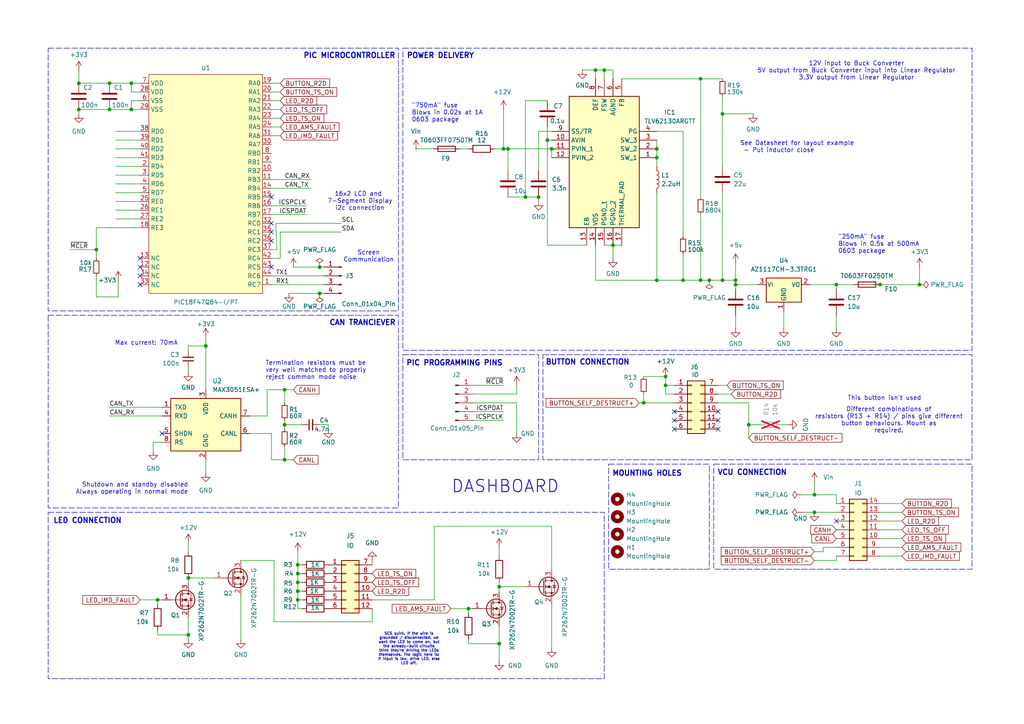
<source format=kicad_sch>
(kicad_sch (version 20231120) (generator "eeschema") (generator_version "8.0")
  (paper "A4")
  (title_block (title "BEST DASHBOARD EVER mk.2"))
  (junction (at 177.8 71.12))
  (junction (at 86.36 163.83))
  (junction (at 255.27 82.55))
  (junction (at 31.75 31.75))
  (junction (at 92.71 85.09))
  (junction (at 193.04 109.22))
  (junction (at 209.55 33.02))
  (junction (at 86.36 171.45))
  (junction (at 144.78 170.18))
  (junction (at 86.36 166.37))
  (junction (at 86.36 168.91))
  (junction (at 135.89 176.53))
  (junction (at 38.1 31.75))
  (junction (at 172.72 20.32))
  (junction (at 59.69 100.33))
  (junction (at 209.55 81.28))
  (junction (at 146.05 43.18))
  (junction (at 54.61 184.15))
  (junction (at 190.5 43.18))
  (junction (at 236.22 148.59))
  (junction (at 213.36 81.28))
  (junction (at 144.78 186.69))
  (junction (at 156.21 57.15))
  (junction (at 198.12 81.28))
  (junction (at 22.86 31.75))
  (junction (at 27.94 72.39))
  (junction (at 82.55 113.03))
  (junction (at 152.4 57.15))
  (junction (at 186.69 116.84))
  (junction (at 38.1 24.13))
  (junction (at 86.36 173.99))
  (junction (at 213.36 82.55))
  (junction (at 190.5 45.72))
  (junction (at 193.04 111.76))
  (junction (at 92.71 77.47))
  (junction (at 147.32 43.18))
  (junction (at 266.7 82.55))
  (junction (at 242.57 82.55))
  (junction (at 82.55 133.35))
  (junction (at 203.2 22.86))
  (junction (at 236.22 143.51))
  (junction (at 160.02 43.18))
  (junction (at 54.61 167.64))
  (junction (at 175.26 20.32))
  (junction (at 45.72 173.99))
  (junction (at 82.55 123.19))
  (junction (at 205.74 81.28))
  (junction (at 217.17 123.19))
  (junction (at 31.75 24.13))
  (junction (at 203.2 81.28))
  (junction (at 22.86 24.13))
  (junction (at 158.75 40.64))
  (junction (at 190.5 81.28))
  (no_connect (at 40.64 74.93))
  (no_connect (at 78.74 67.31))
  (no_connect (at 40.64 80.01))
  (no_connect (at 242.57 151.13))
  (no_connect (at 78.74 69.85))
  (no_connect (at 40.64 77.47))
  (no_connect (at 40.64 82.55))
  (no_connect (at 46.99 125.73))
  (no_connect (at 195.58 121.92))
  (no_connect (at 208.28 124.46))
  (no_connect (at 78.74 57.15))
  (no_connect (at 208.28 119.38))
  (no_connect (at 195.58 119.38))
  (no_connect (at 78.74 77.47))
  (no_connect (at 208.28 121.92))
  (no_connect (at 195.58 124.46))
  (no_connect (at 78.74 64.77))
  (wire (pts (xy 22.86 20.32) (xy 22.86 24.13)))
  (wire (pts (xy 33.528 38.1) (xy 40.64 38.1)))
  (wire (pts (xy 72.39 125.73) (xy 78.74 125.73)))
  (wire (pts (xy 147.32 57.15) (xy 152.4 57.15)))
  (wire (pts (xy 82.55 133.35) (xy 85.09 133.35)))
  (wire (pts (xy 234.95 82.55) (xy 242.57 82.55)))
  (wire (pts (xy 255.27 158.75) (xy 261.62 158.75)))
  (wire (pts (xy 22.86 24.13) (xy 31.75 24.13)))
  (wire (pts (xy 79.502 162.56) (xy 79.502 180.34)))
  (wire (pts (xy 81.28 24.13) (xy 78.74 24.13)))
  (wire (pts (xy 54.61 167.64) (xy 62.23 167.64)))
  (wire (pts (xy 147.32 43.18) (xy 147.32 49.53)))
  (wire (pts (xy 45.72 184.15) (xy 45.72 182.88)))
  (wire (pts (xy 160.02 152.654) (xy 125.984 152.654)))
  (wire (pts (xy 86.36 176.53) (xy 87.63 176.53)))
  (wire (pts (xy 86.36 173.99) (xy 86.36 176.53)))
  (wire (pts (xy 77.47 113.03) (xy 82.55 113.03)))
  (wire (pts (xy 86.36 160.02) (xy 86.36 163.83)))
  (wire (pts (xy 236.22 143.51) (xy 242.57 143.51)))
  (wire (pts (xy 86.36 168.91) (xy 86.36 171.45)))
  (wire (pts (xy 160.02 38.1) (xy 156.21 38.1)))
  (wire (pts (xy 44.45 128.27) (xy 46.99 128.27)))
  (wire (pts (xy 190.5 55.88) (xy 190.5 81.28)))
  (wire (pts (xy 144.78 170.18) (xy 152.4 170.18)))
  (wire (pts (xy 135.89 177.8) (xy 135.89 176.53)))
  (wire (pts (xy 193.04 111.76) (xy 195.58 111.76)))
  (wire (pts (xy 80.01 64.77) (xy 99.06 64.77)))
  (wire (pts (xy 22.86 31.75) (xy 22.86 33.02)))
  (wire (pts (xy 172.72 20.32) (xy 175.26 20.32)))
  (wire (pts (xy 160.02 175.26) (xy 160.02 187.96)))
  (wire (pts (xy 236.22 148.59) (xy 242.57 148.59)))
  (wire (pts (xy 227.33 90.17) (xy 227.33 95.25)))
  (wire (pts (xy 156.21 38.1) (xy 156.21 49.53)))
  (wire (pts (xy 78.74 82.55) (xy 93.98 82.55)))
  (wire (pts (xy 31.75 120.65) (xy 46.99 120.65)))
  (wire (pts (xy 137.16 116.84) (xy 149.86 116.84)))
  (wire (pts (xy 158.75 71.12) (xy 158.75 40.64)))
  (wire (pts (xy 180.34 22.86) (xy 203.2 22.86)))
  (wire (pts (xy 82.55 123.19) (xy 87.63 123.19)))
  (wire (pts (xy 137.16 119.38) (xy 146.05 119.38)))
  (wire (pts (xy 232.41 148.59) (xy 236.22 148.59)))
  (wire (pts (xy 198.12 81.28) (xy 203.2 81.28)))
  (wire (pts (xy 205.74 81.28) (xy 209.55 81.28)))
  (wire (pts (xy 137.16 114.3) (xy 149.86 114.3)))
  (wire (pts (xy 236.22 160.02) (xy 238.76 160.02)))
  (wire (pts (xy 33.528 45.72) (xy 40.64 45.72)))
  (wire (pts (xy 217.17 127) (xy 217.17 123.19)))
  (wire (pts (xy 22.86 31.75) (xy 31.75 31.75)))
  (wire (pts (xy 86.36 166.37) (xy 87.63 166.37)))
  (wire (pts (xy 77.47 120.65) (xy 77.47 113.03)))
  (wire (pts (xy 158.75 36.83) (xy 158.75 40.64)))
  (wire (pts (xy 152.4 29.21) (xy 152.4 57.15)))
  (wire (pts (xy 81.28 67.31) (xy 99.06 67.31)))
  (wire (pts (xy 78.74 125.73) (xy 78.74 133.35)))
  (wire (pts (xy 255.27 146.05) (xy 261.62 146.05)))
  (wire (pts (xy 85.09 77.47) (xy 92.71 77.47)))
  (wire (pts (xy 255.27 151.13) (xy 261.62 151.13)))
  (wire (pts (xy 144.78 186.69) (xy 135.89 186.69)))
  (wire (pts (xy 27.94 66.04) (xy 27.94 72.39)))
  (wire (pts (xy 38.1 26.67) (xy 38.1 24.13)))
  (wire (pts (xy 242.57 158.75) (xy 238.76 158.75)))
  (wire (pts (xy 255.27 82.55) (xy 266.7 82.55)))
  (wire (pts (xy 31.75 31.75) (xy 38.1 31.75)))
  (wire (pts (xy 208.28 111.76) (xy 210.82 111.76)))
  (wire (pts (xy 107.95 163.83) (xy 107.95 162.56)))
  (wire (pts (xy 82.55 113.03) (xy 82.55 116.84)))
  (wire (pts (xy 133.35 43.18) (xy 135.89 43.18)))
  (wire (pts (xy 144.78 158.75) (xy 144.78 161.29)))
  (wire (pts (xy 236.22 139.7) (xy 236.22 143.51)))
  (wire (pts (xy 54.61 184.15) (xy 54.61 185.42)))
  (wire (pts (xy 59.69 100.33) (xy 59.69 113.03)))
  (wire (pts (xy 236.22 162.56) (xy 242.57 162.56)))
  (wire (pts (xy 144.78 170.18) (xy 144.78 171.45)))
  (wire (pts (xy 34.29 81.28) (xy 34.29 86.106)))
  (wire (pts (xy 156.21 57.15) (xy 156.21 58.42)))
  (wire (pts (xy 59.69 97.79) (xy 59.69 100.33)))
  (wire (pts (xy 54.61 100.33) (xy 59.69 100.33)))
  (wire (pts (xy 78.74 39.37) (xy 81.28 39.37)))
  (wire (pts (xy 78.74 36.83) (xy 81.28 36.83)))
  (wire (pts (xy 203.2 22.86) (xy 203.2 57.15)))
  (wire (pts (xy 266.7 77.47) (xy 266.7 82.55)))
  (wire (pts (xy 78.74 34.29) (xy 81.28 34.29)))
  (wire (pts (xy 82.55 133.35) (xy 82.55 129.54)))
  (wire (pts (xy 209.55 55.88) (xy 209.55 81.28)))
  (wire (pts (xy 107.95 180.34) (xy 107.95 176.53)))
  (wire (pts (xy 86.36 163.83) (xy 87.63 163.83)))
  (wire (pts (xy 213.36 91.44) (xy 213.36 95.25)))
  (wire (pts (xy 137.16 121.92) (xy 146.05 121.92)))
  (wire (pts (xy 190.5 45.72) (xy 190.5 48.26)))
  (wire (pts (xy 78.74 54.61) (xy 90.17 54.61)))
  (wire (pts (xy 144.78 186.69) (xy 144.78 191.77)))
  (wire (pts (xy 242.57 161.29) (xy 242.57 162.56)))
  (wire (pts (xy 40.64 29.21) (xy 38.1 29.21)))
  (wire (pts (xy 20.32 72.39) (xy 27.94 72.39)))
  (wire (pts (xy 172.72 71.12) (xy 172.72 81.28)))
  (wire (pts (xy 78.74 74.93) (xy 81.28 74.93)))
  (wire (pts (xy 92.71 85.09) (xy 93.98 85.09)))
  (wire (pts (xy 95.25 123.19) (xy 95.25 124.46)))
  (wire (pts (xy 213.36 82.55) (xy 213.36 83.82)))
  (wire (pts (xy 27.94 74.93) (xy 27.94 72.39)))
  (wire (pts (xy 130.81 176.53) (xy 135.89 176.53)))
  (wire (pts (xy 144.78 168.91) (xy 144.78 170.18)))
  (wire (pts (xy 82.55 113.03) (xy 85.09 113.03)))
  (wire (pts (xy 144.78 181.61) (xy 144.78 186.69)))
  (wire (pts (xy 209.55 33.02) (xy 209.55 48.26)))
  (wire (pts (xy 255.27 156.21) (xy 261.62 156.21)))
  (wire (pts (xy 209.55 81.28) (xy 213.36 81.28)))
  (wire (pts (xy 88.9 59.69) (xy 78.74 59.69)))
  (wire (pts (xy 40.64 66.04) (xy 27.94 66.04)))
  (wire (pts (xy 160.02 43.18) (xy 160.02 45.72)))
  (wire (pts (xy 79.502 180.34) (xy 107.95 180.34)))
  (wire (pts (xy 177.8 22.86) (xy 177.8 20.32)))
  (wire (pts (xy 78.74 133.35) (xy 82.55 133.35)))
  (wire (pts (xy 242.57 143.51) (xy 242.57 146.05)))
  (wire (pts (xy 59.69 133.35) (xy 59.69 137.16)))
  (wire (pts (xy 54.61 106.68) (xy 54.61 107.95)))
  (wire (pts (xy 34.29 86.106) (xy 27.94 86.106)))
  (wire (pts (xy 146.05 43.18) (xy 147.32 43.18)))
  (wire (pts (xy 175.26 22.86) (xy 175.26 20.32)))
  (wire (pts (xy 226.06 123.19) (xy 228.6 123.19)))
  (wire (pts (xy 203.2 81.28) (xy 205.74 81.28)))
  (wire (pts (xy 82.55 121.92) (xy 82.55 123.19)))
  (wire (pts (xy 27.94 86.106) (xy 27.94 80.01)))
  (wire (pts (xy 186.69 114.3) (xy 186.69 116.84)))
  (wire (pts (xy 172.72 22.86) (xy 172.72 20.32)))
  (wire (pts (xy 86.36 171.45) (xy 86.36 173.99)))
  (wire (pts (xy 69.85 172.72) (xy 69.85 185.42)))
  (wire (pts (xy 38.1 29.21) (xy 38.1 31.75)))
  (wire (pts (xy 158.75 29.21) (xy 152.4 29.21)))
  (wire (pts (xy 86.36 173.99) (xy 87.63 173.99)))
  (wire (pts (xy 120.65 43.18) (xy 125.73 43.18)))
  (wire (pts (xy 86.36 171.45) (xy 87.63 171.45)))
  (wire (pts (xy 170.18 71.12) (xy 158.75 71.12)))
  (wire (pts (xy 31.75 24.13) (xy 38.1 24.13)))
  (wire (pts (xy 175.26 71.12) (xy 177.8 71.12)))
  (wire (pts (xy 33.528 43.18) (xy 40.64 43.18)))
  (wire (pts (xy 33.528 55.88) (xy 40.64 55.88)))
  (wire (pts (xy 33.528 48.26) (xy 40.64 48.26)))
  (wire (pts (xy 135.89 176.53) (xy 137.16 176.53)))
  (wire (pts (xy 177.8 71.12) (xy 180.34 71.12)))
  (wire (pts (xy 54.61 167.64) (xy 54.61 168.91)))
  (wire (pts (xy 242.57 82.55) (xy 242.57 83.82)))
  (wire (pts (xy 255.27 153.67) (xy 261.62 153.67)))
  (wire (pts (xy 54.61 101.6) (xy 54.61 100.33)))
  (wire (pts (xy 242.57 91.44) (xy 242.57 95.25)))
  (wire (pts (xy 92.71 77.47) (xy 93.98 77.47)))
  (wire (pts (xy 69.85 162.56) (xy 79.502 162.56)))
  (wire (pts (xy 143.51 43.18) (xy 146.05 43.18)))
  (wire (pts (xy 232.41 143.51) (xy 236.22 143.51)))
  (wire (pts (xy 147.32 43.18) (xy 160.02 43.18)))
  (wire (pts (xy 40.64 26.67) (xy 38.1 26.67)))
  (wire (pts (xy 135.89 186.69) (xy 135.89 185.42)))
  (wire (pts (xy 137.16 111.76) (xy 146.05 111.76)))
  (wire (pts (xy 193.04 114.3) (xy 193.04 111.76)))
  (wire (pts (xy 54.61 184.15) (xy 45.72 184.15)))
  (wire (pts (xy 33.528 58.42) (xy 40.64 58.42)))
  (wire (pts (xy 242.57 82.55) (xy 247.65 82.55)))
  (wire (pts (xy 31.75 118.11) (xy 46.99 118.11)))
  (wire (pts (xy 198.12 38.1) (xy 198.12 68.58)))
  (wire (pts (xy 86.36 163.83) (xy 86.36 166.37)))
  (wire (pts (xy 213.36 76.2) (xy 213.36 81.28)))
  (wire (pts (xy 78.74 29.21) (xy 81.28 29.21)))
  (wire (pts (xy 78.74 80.01) (xy 93.98 80.01)))
  (wire (pts (xy 190.5 38.1) (xy 198.12 38.1)))
  (wire (pts (xy 209.55 33.02) (xy 218.44 33.02)))
  (wire (pts (xy 255.27 148.59) (xy 261.62 148.59)))
  (wire (pts (xy 92.71 123.19) (xy 95.25 123.19)))
  (wire (pts (xy 149.86 116.84) (xy 149.86 125.73)))
  (wire (pts (xy 203.2 22.86) (xy 209.55 22.86)))
  (wire (pts (xy 186.69 109.22) (xy 193.04 109.22)))
  (wire (pts (xy 198.12 73.66) (xy 198.12 81.28)))
  (wire (pts (xy 209.55 27.94) (xy 209.55 33.02)))
  (wire (pts (xy 33.528 40.64) (xy 40.64 40.64)))
  (wire (pts (xy 203.2 62.23) (xy 203.2 81.28)))
  (wire (pts (xy 33.528 53.34) (xy 40.64 53.34)))
  (wire (pts (xy 190.5 43.18) (xy 190.5 45.72)))
  (wire (pts (xy 82.55 123.19) (xy 82.55 124.46)))
  (wire (pts (xy 33.528 63.5) (xy 40.64 63.5)))
  (wire (pts (xy 83.82 85.09) (xy 92.71 85.09)))
  (wire (pts (xy 186.69 116.84) (xy 195.58 116.84)))
  (wire (pts (xy 193.04 109.22) (xy 193.04 111.76)))
  (wire (pts (xy 146.05 31.75) (xy 146.05 43.18)))
  (wire (pts (xy 217.17 123.19) (xy 220.98 123.19)))
  (wire (pts (xy 160.02 165.1) (xy 160.02 152.654)))
  (wire (pts (xy 44.45 130.81) (xy 44.45 128.27)))
  (wire (pts (xy 125.984 173.99) (xy 107.95 173.99)))
  (wire (pts (xy 78.74 52.07) (xy 90.17 52.07)))
  (wire (pts (xy 45.72 173.99) (xy 46.99 173.99)))
  (wire (pts (xy 238.76 160.02) (xy 238.76 158.75)))
  (wire (pts (xy 208.28 114.3) (xy 212.09 114.3)))
  (wire (pts (xy 78.74 72.39) (xy 80.264 72.39)))
  (wire (pts (xy 54.61 157.48) (xy 54.61 160.02)))
  (wire (pts (xy 195.58 114.3) (xy 193.04 114.3)))
  (wire (pts (xy 185.42 116.84) (xy 186.69 116.84)))
  (wire (pts (xy 38.1 24.13) (xy 40.64 24.13)))
  (wire (pts (xy 78.74 31.75) (xy 81.28 31.75)))
  (wire (pts (xy 33.528 50.8) (xy 40.64 50.8)))
  (wire (pts (xy 72.39 120.65) (xy 77.47 120.65)))
  (wire (pts (xy 168.91 20.32) (xy 172.72 20.32)))
  (wire (pts (xy 177.8 71.12) (xy 177.8 74.93)))
  (wire (pts (xy 86.36 168.91) (xy 87.63 168.91)))
  (wire (pts (xy 45.72 175.26) (xy 45.72 173.99)))
  (wire (pts (xy 208.28 116.84) (xy 217.17 116.84)))
  (wire (pts (xy 81.28 74.93) (xy 81.28 67.31)))
  (wire (pts (xy 33.528 60.96) (xy 40.64 60.96)))
  (wire (pts (xy 255.27 161.29) (xy 261.62 161.29)))
  (wire (pts (xy 213.36 82.55) (xy 219.71 82.55)))
  (wire (pts (xy 190.5 40.64) (xy 190.5 43.18)))
  (wire (pts (xy 38.1 31.75) (xy 40.64 31.75)))
  (wire (pts (xy 40.64 173.99) (xy 45.72 173.99)))
  (wire (pts (xy 217.17 116.84) (xy 217.17 123.19)))
  (wire (pts (xy 190.5 81.28) (xy 198.12 81.28)))
  (wire (pts (xy 54.61 179.07) (xy 54.61 184.15)))
  (wire (pts (xy 78.74 26.67) (xy 81.28 26.67)))
  (wire (pts (xy 252.73 82.55) (xy 255.27 82.55)))
  (wire (pts (xy 125.984 152.654) (xy 125.984 173.99)))
  (wire (pts (xy 149.86 111.76) (xy 149.86 114.3)))
  (wire (pts (xy 86.36 166.37) (xy 86.36 168.91)))
  (wire (pts (xy 158.75 40.64) (xy 160.02 40.64)))
  (wire (pts (xy 78.74 62.23) (xy 88.9 62.23)))
  (wire (pts (xy 80.264 72.39) (xy 80.01 64.77)))
  (wire (pts (xy 172.72 81.28) (xy 190.5 81.28)))
  (wire (pts (xy 213.36 81.28) (xy 213.36 82.55)))
  (wire (pts (xy 152.4 57.15) (xy 156.21 57.15)))
  (wire (pts (xy 177.8 20.32) (xy 175.26 20.32)))
  (rectangle (start 13.97 91.44) (end 115.57 147.32) (stroke (width 0) (type dash)))
  (rectangle (start 176.53 134.62) (end 205.74 165.1) (stroke (width 0) (type dash)))
  (rectangle (start 116.84 102.87) (end 156.21 133.35) (stroke (width 0) (type dash)))
  (rectangle (start 13.97 148.59) (end 175.26 196.85) (stroke (width 0) (type dash)))
  (rectangle (start 116.84 13.97) (end 281.94 101.6) (stroke (width 0) (type dash)))
  (rectangle (start 207.01 134.62) (end 281.94 165.1) (stroke (width 0) (type dash)))
  (rectangle (start 157.48 102.87) (end 281.94 133.35) (stroke (width 0) (type dash)))
  (rectangle (start 13.97 13.97) (end 115.57 90.17) (stroke (width 0) (type dash)))
  (text "Screen\nCommunication" (at 106.934 74.422 0) (effects (font (size 1.27 1.27))))
  (text "12V input to Buck Converter\n5V output from Buck Converter input into Linear Regulator\n3.3V output from Linear Regulator" (at 248.412 23.368 0) (effects (font (size 1.27 1.27)) (justify bottom)))
  (text "MOUNTING HOLES" (at 187.706 137.414 0) (effects (font (size 1.524 1.524) (thickness 0.3048) (bold yes))))
  (text "CAN TRANCIEVER" (at 105.156 93.726 0) (effects (font (size 1.524 1.524) (thickness 0.3048) (bold yes))))
  (text "VCU CONNECTION" (at 218.186 137.16 0) (effects (font (size 1.524 1.524) (thickness 0.3048) (bold yes))))
  (text "\"750mA\" fuse\nBlows in 0.02s at 1A\n0603 package" (at 119.38 35.56 0) (effects (font (size 1.27 1.27)) (justify left bottom)))
  (text "POWER DELIVERY" (at 127.762 16.256 0) (effects (font (size 1.524 1.524) (thickness 0.3048) (bold yes))))
  (text "16x2 LCD and \n7-Segment Display\ni2c connection" (at 104.394 58.42 0) (effects (font (size 1.27 1.27))))
  (text "BUTTON CONNECTION" (at 170.434 105.156 0) (effects (font (size 1.524 1.524) (thickness 0.3048) (bold yes))))
  (text "SCS quirk. If the wire is\ngrounded / disconnected, we\nwant the LED to come on, but\nthe already-built circuits\nthink they're driving the LEDs\nthemselves. The logic here is:\nIf input is low, drive LED, else\nLED off." (at 118.618 188.214 0) (effects (font (size 0.762 0.762))))
  (text "PIC PROGRAMMING PINS" (at 131.826 105.41 0) (effects (font (size 1.524 1.524) (thickness 0.3048) (bold yes))))
  (text "Shutdown and standby disabled\nAlways operating in normal mode" (at 54.61 143.51 0) (effects (font (size 1.27 1.27)) (justify right bottom)))
  (text "\"250mA\" fuse\nBlows in 0.5s at 500mA\n0603 package" (at 243.078 73.66 0) (effects (font (size 1.27 1.27)) (justify left bottom)))
  (text "This button isn't used" (at 256.54 115.57 0) (effects (font (size 1.27 1.27))))
  (text "Termination resistors must be \nvery well matched to properly \nreject common mode noise" (at 76.962 110.236 0) (effects (font (size 1.27 1.27)) (justify left bottom)))
  (text "PIC MICROCONTROLLER\n" (at 101.346 16.256 0) (effects (font (size 1.524 1.524) (thickness 0.3048) (bold yes))))
  (text "LED CONNECTION" (at 25.4 151.13 0) (effects (font (size 1.524 1.524) (thickness 0.3048) (bold yes))))
  (text "DASHBOARD" (at 146.558 141.224 0) (effects (font (size 3.556 3.556) (thickness 0.254) (bold yes))))
  (text "Max current: 70mA" (at 33.274 100.33 0) (effects (font (size 1.27 1.27)) (justify left bottom)))
  (text "See Datasheet for layout example\n - Put inductor close\n" (at 214.63 44.45 0) (effects (font (size 1.27 1.27)) (justify left bottom)))
  (text "Different combinations of\nresistors (R13 + R14) / pins give different\nbutton behaviours. Mount as\nrequired." (at 257.81 121.92 0) (effects (font (size 1.27 1.27))))
  (label "CAN_TX" (at 82.55 54.61 0))
  (label "CAN_TX" (at 31.75 118.11 0))
  (label "CAN_RX" (at 82.55 52.07 0))
  (label "SCL" (at 99.06 64.77 0))
  (label "ICSPCLK" (at 146.05 121.92 180))
  (label "SDA" (at 99.06 67.31 0))
  (label "RX1" (at 80.01 82.55 0))
  (label "ICSPDAT" (at 88.9 62.23 180))
  (label "CAN_RX" (at 31.75 120.65 0))
  (label "ICSPDAT" (at 146.05 119.38 180))
  (label "ICSPCLK" (at 88.9 59.69 180))
  (label "~{MCLR}" (at 20.32 72.39 0))
  (label "TX1" (at 80.01 80.01 0))
  (label "~{MCLR}" (at 146.05 111.76 180))
  (global_label "BUTTON_SELF_DESTRUCT-" (shape input) (at 217.17 127 0) (property "Intersheetrefs" "${INTERSHEET_REFS}" (effects (hide yes))))
  (global_label "LED_TS_OFF" (shape input) (at 107.95 168.91 0) (property "Intersheetrefs" "${INTERSHEET_REFS}" (effects (hide yes))))
  (global_label "LED_IMD_FAULT" (shape input) (at 261.62 161.29 0) (property "Intersheetrefs" "${INTERSHEET_REFS}" (effects (hide yes))))
  (global_label "BUTTON_SELF_DESTRUCT-" (shape input) (at 236.22 162.56 180) (property "Intersheetrefs" "${INTERSHEET_REFS}" (effects (hide yes))))
  (global_label "CANH" (shape input) (at 85.09 113.03 0) (property "Intersheetrefs" "${INTERSHEET_REFS}" (effects (hide yes))))
  (global_label "BUTTON_R2D" (shape input) (at 81.28 24.13 0) (property "Intersheetrefs" "${INTERSHEET_REFS}" (effects (hide yes))))
  (global_label "BUTTON_R2D" (shape input) (at 261.62 146.05 0) (property "Intersheetrefs" "${INTERSHEET_REFS}" (effects (hide yes))))
  (global_label "CANL" (shape input) (at 242.57 156.21 180) (property "Intersheetrefs" "${INTERSHEET_REFS}" (effects (hide yes))))
  (global_label "LED_AMS_FAULT" (shape input) (at 261.62 158.75 0) (property "Intersheetrefs" "${INTERSHEET_REFS}" (effects (hide yes))))
  (global_label "LED_TS_OFF" (shape input) (at 261.62 153.67 0) (property "Intersheetrefs" "${INTERSHEET_REFS}" (effects (hide yes))))
  (global_label "LED_TS_ON" (shape input) (at 81.28 34.29 0) (property "Intersheetrefs" "${INTERSHEET_REFS}" (effects (hide yes))))
  (global_label "BUTTON_SELF_DESTRUCT+" (shape input) (at 185.42 116.84 180) (property "Intersheetrefs" "${INTERSHEET_REFS}" (effects (hide yes))))
  (global_label "LED_AMS_FAULT" (shape input) (at 130.81 176.53 180) (property "Intersheetrefs" "${INTERSHEET_REFS}" (effects (hide yes))))
  (global_label "LED_IMD_FAULT" (shape input) (at 81.28 39.37 0) (property "Intersheetrefs" "${INTERSHEET_REFS}" (effects (hide yes))))
  (global_label "LED_R2D" (shape input) (at 107.95 171.45 0) (property "Intersheetrefs" "${INTERSHEET_REFS}" (effects (hide yes))))
  (global_label "LED_R2D" (shape input) (at 261.62 151.13 0) (property "Intersheetrefs" "${INTERSHEET_REFS}" (effects (hide yes))))
  (global_label "LED_AMS_FAULT" (shape input) (at 81.28 36.83 0) (property "Intersheetrefs" "${INTERSHEET_REFS}" (effects (hide yes))))
  (global_label "LED_R2D" (shape input) (at 81.28 29.21 0) (property "Intersheetrefs" "${INTERSHEET_REFS}" (effects (hide yes))))
  (global_label "BUTTON_SELF_DESTRUCT+" (shape input) (at 236.22 160.02 180) (property "Intersheetrefs" "${INTERSHEET_REFS}" (effects (hide yes))))
  (global_label "LED_TS_ON" (shape input) (at 107.95 166.37 0) (property "Intersheetrefs" "${INTERSHEET_REFS}" (effects (hide yes))))
  (global_label "LED_IMD_FAULT" (shape input) (at 40.64 173.99 180) (property "Intersheetrefs" "${INTERSHEET_REFS}" (effects (hide yes))))
  (global_label "CANH" (shape input) (at 242.57 153.67 180) (property "Intersheetrefs" "${INTERSHEET_REFS}" (effects (hide yes))))
  (global_label "LED_TS_ON" (shape input) (at 261.62 156.21 0) (property "Intersheetrefs" "${INTERSHEET_REFS}" (effects (hide yes))))
  (global_label "LED_TS_OFF" (shape input) (at 81.28 31.75 0) (property "Intersheetrefs" "${INTERSHEET_REFS}" (effects (hide yes))))
  (global_label "BUTTON_TS_ON" (shape input) (at 81.28 26.67 0) (property "Intersheetrefs" "${INTERSHEET_REFS}" (effects (hide yes))))
  (global_label "BUTTON_TS_ON" (shape input) (at 261.62 148.59 0) (property "Intersheetrefs" "${INTERSHEET_REFS}" (effects (hide yes))))
  (global_label "BUTTON_TS_ON" (shape input) (at 210.82 111.76 0) (property "Intersheetrefs" "${INTERSHEET_REFS}" (effects (hide yes))))
  (global_label "CANL" (shape input) (at 85.09 133.35 0) (property "Intersheetrefs" "${INTERSHEET_REFS}" (effects (hide yes))))
  (global_label "BUTTON_R2D" (shape input) (at 212.09 114.3 0) (property "Intersheetrefs" "${INTERSHEET_REFS}" (effects (hide yes))))
  (symbol (lib_id "power:GND") (at 22.86 33.02 0) (unit 1)
    (property "Reference" "#PWR02" (effects (hide yes)))
    (property "Value" "GND" (at 22.86 38.1 0))
    (property "Description" "Power symbol creates a global label with name \"GND\" , ground" (effects (hide yes)))
  )
  (symbol (lib_id "Connector:Conn_01x04_Pin") (at 99.06 80.01 0) (mirror y) (unit 1)
    (property "Reference" "J3" (at 101.346 80.01 0))
    (property "Value" "Conn_01x04_Pin" (at 106.934 88.138 0))
    (property "Footprint" "Connector_Molex:Molex_Micro-Fit_3.0_43650-0415_1x04_P3.00mm_Vertical" (effects (hide yes)))
    (property "Description" "Generic connector, single row, 01x04, script generated" (effects (hide yes)))
  )
  (symbol (lib_name "+3V3_5") (lib_id "power:+3V3") (at 266.7 77.47 0) (unit 1)
    (property "Reference" "#PWR052" (effects (hide yes)))
    (property "Value" "+3V3" (at 266.7 73.025 0))
    (property "Description" "Power symbol creates a global label with name \"+3V3\"" (effects (hide yes)))
  )
  (symbol (lib_id "power:GND") (at 69.85 185.42 0) (unit 1)
    (property "Reference" "#PWR020" (effects (hide yes)))
    (property "Value" "GND" (at 69.85 189.865 0))
    (property "Description" "Power symbol creates a global label with name \"GND\" , ground" (effects (hide yes)))
  )
  (symbol (lib_id "Connector_Generic:Conn_02x06_Top_Bottom") (at 200.66 116.84 0) (unit 1)
    (property "Reference" "J6" (at 201.422 106.426 0))
    (property "Value" "IO" (at 201.676 108.712 0))
    (property "Footprint" "Connector_Molex:Molex_Micro-Fit_3.0_43045-1200_2x06_P3.00mm_Horizontal" (effects (hide yes)))
    (property "Description" "Generic connector, double row, 02x06, top/bottom pin numbering scheme (row 1: 1...pins_per_row, row2: pins_per_row+1 ... num_pins), script generated (kicad-library-utils/schlib/autogen/connector/)" (effects (hide yes)))
  )
  (symbol (lib_id "Device:C_Small") (at 90.17 123.19 90) (unit 1)
    (property "Reference" "C4" (at 93.98 121.92 90))
    (property "Value" "4.7n" (at 93.345 124.46 90))
    (property "Footprint" "Capacitor_SMD:C_0805_2012Metric_Pad1.18x1.45mm_HandSolder" (effects (hide yes)))
    (property "Datasheet" "https://www.mouser.co.uk/datasheet/2/212/1/KEM_C1076_X7R_HV_AUTO_SMD-1093301.pdf" (effects (hide yes)))
    (property "Optional" "True" (effects (hide yes)))
    (property "Order Code" "80-C0805C472KBRAUTO" (effects (hide yes)))
    (property "Supplier" "Mouser" (effects (hide yes)))
  )
  (symbol (lib_id "power:GND") (at 227.33 95.25 0) (unit 1)
    (property "Reference" "#PWR049" (effects (hide yes)))
    (property "Value" "GND" (at 227.33 99.695 0))
  )
  (symbol (lib_id "Device:C") (at 213.36 87.63 0) (unit 1)
    (property "Reference" "C16" (at 216.535 86.36 0) (effects (justify left)))
    (property "Value" "10u" (at 216.535 88.9 0) (effects (justify left)))
    (property "Footprint" "Capacitor_SMD:C_0805_2012Metric_Pad1.18x1.45mm_HandSolder" (effects (hide yes)))
  )
  (symbol (lib_id "SUFST:PIC18F47Q84-I/PT") (at 59.69 53.34 0) (mirror y) (unit 1)
    (property "Reference" "U1" (at 59.69 19.685 0))
    (property "Value" "PIC18F47Q84-I/PT" (at 59.69 87.63 0))
    (property "Footprint" "Package_QFP:TQFP-44_10x10mm_P0.8mm" (effects (hide yes)))
  )
  (symbol (lib_id "Device:Q_NMOS_GSD") (at 157.48 170.18 0) (unit 1)
    (property "Reference" "Q4" (at 154.94 174.625 0) (effects (justify left)))
    (property "Value" "XP262N7002TR-G" (at 163.83 184.785 90) (effects (justify left)))
    (property "Footprint" "Package_TO_SOT_SMD:SOT-23" (effects (hide yes)))
    (property "Description" "N-MOSFET transistor, gate/source/drain" (effects (hide yes)))
    (property "Order Code" "865-XP262N7002TR-G " (effects (hide yes)))
    (property "Supplier" "Mouser" (effects (hide yes)))
  )
  (symbol (lib_id "Device:L") (at 190.5 52.07 0) (unit 1)
    (property "Reference" "L1" (at 191.77 50.7999 0) (effects (justify left)))
    (property "Value" "2.2uH" (at 191.77 53.3399 0) (effects (justify left)))
    (property "Footprint" "SUFST:IHLP1212BZEV2R2M11" (effects (hide yes)))
    (property "Description" "Inductor" (effects (hide yes)))
  )
  (symbol (lib_id "Device:R") (at 91.44 163.83 90) (unit 1)
    (property "Reference" "R3" (at 83.566 163.83 90))
    (property "Value" "1K" (at 91.44 163.83 90))
    (property "Footprint" "Resistor_SMD:R_0805_2012Metric_Pad1.20x1.40mm_HandSolder" (effects (hide yes)))
    (property "Description" "Resistor" (effects (hide yes)))
  )
  (symbol (lib_id "Device:R_Small") (at 186.69 111.76 180) (unit 1)
    (property "Reference" "R13" (at 180.848 109.474 0) (effects (justify right)))
    (property "Value" "0" (at 182.372 111.76 0) (effects (justify right)))
    (property "Footprint" "Resistor_SMD:R_0805_2012Metric_Pad1.20x1.40mm_HandSolder" (effects (hide yes)))
    (property "Description" "Resistor, small symbol" (effects (hide yes)))
  )
  (symbol (lib_id "power:GND") (at 144.78 191.77 0) (unit 1)
    (property "Reference" "#PWR022" (effects (hide yes)))
    (property "Value" "GND" (at 147.32 193.0399 0) (effects (justify left)))
    (property "Description" "Power symbol creates a global label with name \"GND\" , ground" (effects (hide yes)))
  )
  (symbol (lib_id "power:+12V") (at 193.04 109.22 0) (unit 1)
    (property "Reference" "#PWR026" (effects (hide yes)))
    (property "Value" "+12V" (at 193.04 104.775 0))
    (property "Description" "Power symbol creates a global label with name \"+12V\"" (effects (hide yes)))
  )
  (symbol (lib_id "Mechanical:MountingHole") (at 179.07 144.78 0) (unit 1) (exclude_from_sim yes) (in_bom no)
    (property "Reference" "H4" (at 181.61 143.5099 0) (effects (justify left)))
    (property "Value" "MountingHole" (at 181.61 146.0499 0) (effects (justify left)))
    (property "Footprint" "MountingHole:MountingHole_4.3mm_M4" (effects (hide yes)))
    (property "Description" "Mounting Hole without connection" (effects (hide yes)))
  )
  (symbol (lib_id "Device:R_Small") (at 82.55 127 180) (unit 1)
    (property "Reference" "R2" (at 83.82 126.365 0) (effects (justify right)))
    (property "Value" "60R" (at 83.82 128.27 0) (effects (justify right)))
    (property "Footprint" "Resistor_SMD:R_0805_2012Metric_Pad1.20x1.40mm_HandSolder" (effects (hide yes)))
    (property "Datasheet" "https://www.mouser.co.uk/datasheet/2/427/dcrcwife3-1761849.pdf" (effects (hide yes)))
    (property "Optional" "True" (effects (hide yes)))
    (property "Supplier" "Mouser" (effects (hide yes)))
  )
  (symbol (lib_id "power:GND") (at 168.91 20.32 0) (unit 1)
    (property "Reference" "#PWR09" (effects (hide yes)))
    (property "Value" "GND" (at 168.91 24.765 0))
  )
  (symbol (lib_id "Device:R") (at 91.44 168.91 90) (unit 1)
    (property "Reference" "R5" (at 83.566 169.164 90))
    (property "Value" "1K" (at 91.186 168.91 90))
    (property "Footprint" "Resistor_SMD:R_0805_2012Metric_Pad1.20x1.40mm_HandSolder" (effects (hide yes)))
    (property "Description" "Resistor" (effects (hide yes)))
  )
  (symbol (lib_id "Device:C_Small") (at 54.61 104.14 0) (mirror x) (unit 1)
    (property "Reference" "C3" (at 52.07 102.8635 0) (effects (justify right)))
    (property "Value" "100n" (at 52.07 105.4035 0) (effects (justify right)))
    (property "Footprint" "Capacitor_SMD:C_0805_2012Metric_Pad1.18x1.45mm_HandSolder" (effects (hide yes)))
    (property "Datasheet" "https://www.mouser.co.uk/datasheet/2/212/KEM_C1002_X7R_SMD-1102033.pdf" (effects (hide yes)))
    (property "Optional" "False" (effects (hide yes)))
    (property "Order Code" "80-C0805C104K5RACLR" (effects (hide yes)))
    (property "Supplier" "Mouser" (effects (hide yes)))
  )
  (symbol (lib_id "power:+12V") (at 120.65 43.18 0) (unit 1)
    (property "Reference" "#PWR014" (effects (hide yes)))
    (property "Value" "Vin" (at 120.65 38.1 0))
    (property "Description" "Power symbol creates a global label with name \"+12V\"" (effects (hide yes)))
  )
  (symbol (lib_id "power:GND") (at 149.86 125.73 0) (unit 1)
    (property "Reference" "#PWR033" (effects (hide yes)))
    (property "Value" "GND" (at 153.035 125.73 0))
  )
  (symbol (lib_id "power:PWR_FLAG") (at 266.7 82.55 270) (unit 1)
    (property "Reference" "#FLG08" (effects (hide yes)))
    (property "Value" "PWR_FLAG" (at 269.875 82.55 90) (effects (justify left)))
    (property "Description" "Special symbol for telling ERC where power comes from" (effects (hide yes)))
  )
  (symbol (lib_id "power:GND") (at 177.8 74.93 0) (unit 1)
    (property "Reference" "#PWR016" (effects (hide yes)))
    (property "Value" "GND" (at 177.8 79.375 0))
  )
  (symbol (lib_id "Device:C") (at 242.57 87.63 0) (unit 1)
    (property "Reference" "C17" (at 245.745 86.36 0) (effects (justify left)))
    (property "Value" "10u" (at 245.745 88.9 0) (effects (justify left)))
    (property "Footprint" "Capacitor_SMD:C_0805_2012Metric_Pad1.18x1.45mm_HandSolder" (effects (hide yes)))
  )
  (symbol (lib_id "Device:R") (at 91.44 171.45 90) (unit 1)
    (property "Reference" "R6" (at 83.566 171.45 90))
    (property "Value" "1K" (at 91.186 171.45 90))
    (property "Footprint" "Resistor_SMD:R_0805_2012Metric_Pad1.20x1.40mm_HandSolder" (effects (hide yes)))
    (property "Description" "Resistor" (effects (hide yes)))
  )
  (symbol (lib_id "Device:R_Small") (at 198.12 71.12 180) (unit 1)
    (property "Reference" "R15" (at 199.39 70.485 0) (effects (justify right)))
    (property "Value" "100k" (at 199.39 72.39 0) (effects (justify right)))
    (property "Footprint" "Resistor_SMD:R_0805_2012Metric_Pad1.20x1.40mm_HandSolder" (effects (hide yes)))
    (property "Datasheet" "https://www.mouser.co.uk/datasheet/2/427/dcrcwife3-1761849.pdf" (effects (hide yes)))
    (property "Optional" "True" (effects (hide yes)))
    (property "Supplier" "Mouser" (effects (hide yes)))
  )
  (symbol (lib_id "Device:C") (at 156.21 53.34 0) (unit 1)
    (property "Reference" "C6" (at 160.02 52.0699 0) (effects (justify left)))
    (property "Value" "3.3n" (at 160.02 54.6099 0) (effects (justify left)))
    (property "Footprint" "Capacitor_SMD:C_0805_2012Metric_Pad1.18x1.45mm_HandSolder" (effects (hide yes)))
  )
  (symbol (lib_id "Mechanical:MountingHole") (at 179.07 160.02 0) (unit 1) (exclude_from_sim yes) (in_bom no)
    (property "Reference" "H1" (at 181.61 158.7499 0) (effects (justify left)))
    (property "Value" "MountingHole" (at 181.61 161.2899 0) (effects (justify left)))
    (property "Footprint" "MountingHole:MountingHole_4.3mm_M4" (effects (hide yes)))
    (property "Description" "Mounting Hole without connection" (effects (hide yes)))
  )
  (symbol (lib_id "power:+3V3") (at 85.09 77.47 0) (unit 1)
    (property "Reference" "#PWR035" (effects (hide yes)))
    (property "Value" "+5V" (at 85.09 73.025 0))
    (property "Description" "Power symbol creates a global label with name \"+3V3\"" (effects (hide yes)))
  )
  (symbol (lib_id "Device:R_Small") (at 223.52 123.19 270) (unit 1) (dnp yes)
    (property "Reference" "R14" (at 222.25 120.65 0) (effects (justify right)))
    (property "Value" "10k" (at 224.79 120.65 0) (effects (justify right)))
    (property "Footprint" "Resistor_SMD:R_0805_2012Metric_Pad1.20x1.40mm_HandSolder" (effects (hide yes)))
    (property "Description" "Resistor, small symbol" (effects (hide yes)))
  )
  (symbol (lib_id "Device:Fuse") (at 251.46 82.55 90) (unit 1)
    (property "Reference" "F10" (at 258.445 83.82 90))
    (property "Value" "T0603FF0250TM" (at 251.46 80.01 90))
    (property "Footprint" "Fuse:Fuse_0603_1608Metric_Pad1.05x0.95mm_HandSolder" (effects (hide yes)))
  )
  (symbol (lib_name "PWR_FLAG_1") (lib_id "power:PWR_FLAG") (at 232.41 143.51 90) (unit 1)
    (property "Reference" "#FLG03" (effects (hide yes)))
    (property "Value" "PWR_FLAG" (at 228.6 143.5099 90) (effects (justify left)))
    (property "Description" "Special symbol for telling ERC where power comes from" (effects (hide yes)))
  )
  (symbol (lib_id "power:+12V") (at 146.05 31.75 0) (unit 1)
    (property "Reference" "#PWR047" (effects (hide yes)))
    (property "Value" "+12V" (at 143.002 26.67 0) (effects (justify left)))
  )
  (symbol (lib_id "Device:C") (at 209.55 52.07 0) (unit 1)
    (property "Reference" "C5" (at 212.725 50.8 0) (effects (justify left)))
    (property "Value" "22u" (at 212.725 53.34 0) (effects (justify left)))
    (property "Footprint" "Capacitor_SMD:C_0805_2012Metric_Pad1.18x1.45mm_HandSolder" (effects (hide yes)))
  )
  (symbol (lib_id "Device:R") (at 135.89 181.61 0) (unit 1)
    (property "Reference" "R10" (at 133.35 180.3399 0) (effects (justify right)))
    (property "Value" "10k" (at 133.35 182.8799 0) (effects (justify right)))
    (property "Footprint" "Resistor_SMD:R_0805_2012Metric_Pad1.20x1.40mm_HandSolder" (effects (hide yes)))
    (property "Description" "Resistor" (effects (hide yes)))
  )
  (symbol (lib_name "+3V3_6") (lib_id "power:+3V3") (at 213.36 76.2 0) (unit 1)
    (property "Reference" "#PWR08" (effects (hide yes)))
    (property "Value" "+5v" (at 213.36 71.12 0))
    (property "Description" "Power symbol creates a global label with name \"+3V3\"" (effects (hide yes)))
  )
  (symbol (lib_id "power:GND") (at 54.61 107.95 0) (mirror y) (unit 1)
    (property "Reference" "#PWR04" (effects (hide yes)))
    (property "Value" "GND" (at 54.61 112.395 0))
  )
  (symbol (lib_name "+3V3_3") (lib_id "power:+3V3") (at 59.69 97.79 0) (unit 1)
    (property "Reference" "#PWR05" (effects (hide yes)))
    (property "Value" "+3V3" (at 59.69 93.98 0))
    (property "Description" "Power symbol creates a global label with name \"+3V3\"" (effects (hide yes)))
  )
  (symbol (lib_name "+3V3_4") (lib_id "power:+3V3") (at 149.86 111.76 0) (unit 1)
    (property "Reference" "#PWR032" (effects (hide yes)))
    (property "Value" "+3V3" (at 149.86 107.315 0))
    (property "Description" "Power symbol creates a global label with name \"+3V3\"" (effects (hide yes)))
  )
  (symbol (lib_id "Device:R") (at 139.7 43.18 90) (unit 1)
    (property "Reference" "R16" (at 139.7 38.735 90))
    (property "Value" "12" (at 139.7 40.64 90))
    (property "Footprint" "Resistor_SMD:R_0805_2012Metric_Pad1.20x1.40mm_HandSolder" (effects (hide yes)))
  )
  (symbol (lib_id "Device:C") (at 31.75 27.94 0) (unit 1)
    (property "Reference" "C1" (at 33.02 25.4 0) (effects (justify left)))
    (property "Value" "100n" (at 32.385 30.48 0) (effects (justify left)))
    (property "Footprint" "Capacitor_SMD:C_0805_2012Metric_Pad1.18x1.45mm_HandSolder" (effects (hide yes)))
  )
  (symbol (lib_id "power:+12V") (at 236.22 139.7 0) (unit 1)
    (property "Reference" "#PWR010" (effects (hide yes)))
    (property "Value" "Vin" (at 238.76 138.4299 0) (effects (justify left)))
    (property "Description" "Power symbol creates a global label with name \"+12V\"" (effects (hide yes)))
  )
  (symbol (lib_id "Device:R_Small") (at 209.55 25.4 180) (unit 1)
    (property "Reference" "R19" (at 210.82 24.765 0) (effects (justify right)))
    (property "Value" "130k" (at 210.82 26.67 0) (effects (justify right)))
    (property "Footprint" "Resistor_SMD:R_0805_2012Metric_Pad1.20x1.40mm_HandSolder" (effects (hide yes)))
    (property "Datasheet" "https://www.mouser.co.uk/datasheet/2/427/dcrcwife3-1761849.pdf" (effects (hide yes)))
    (property "Optional" "True" (effects (hide yes)))
    (property "Supplier" "Mouser" (effects (hide yes)))
  )
  (symbol (lib_name "+3V3_2") (lib_id "power:+3V3") (at 34.29 81.28 0) (unit 1)
    (property "Reference" "#PWR053" (effects (hide yes)))
    (property "Value" "+3V3" (at 31.115 81.28 0))
    (property "Description" "Power symbol creates a global label with name \"+3V3\"" (effects (hide yes)))
  )
  (symbol (lib_id "power:GND") (at 83.82 85.09 0) (unit 1)
    (property "Reference" "#PWR036" (effects (hide yes)))
    (property "Value" "GND" (at 83.82 88.9 0))
  )
  (symbol (lib_id "Interface_UART:MAX3051") (at 59.69 123.19 0) (unit 1)
    (property "Reference" "U2" (at 61.595 110.49 0) (effects (justify left)))
    (property "Value" "MAX3051ESA+" (at 61.595 113.03 0) (effects (justify left)))
    (property "Footprint" "Package_SO:SOIC-8_3.9x4.9mm_P1.27mm" (effects (hide yes)))
    (property "Datasheet" "http://datasheets.maximintegrated.com/en/ds/MAX3051.pdf" (effects (hide yes)))
    (property "Supplier" "Mouser" (effects (hide yes)))
    (property "Order Code" "700-MAX3051ESA" (effects (hide yes)))
    (property "Optional" "False" (effects (hide yes)))
  )
  (symbol (lib_id "Device:Fuse") (at 129.54 43.18 90) (unit 1)
    (property "Reference" "F9" (at 129.286 45.974 90))
    (property "Value" "T0603FF0750TM" (at 129.54 40.64 90))
    (property "Footprint" "Fuse:Fuse_0603_1608Metric_Pad1.05x0.95mm_HandSolder" (effects (hide yes)))
  )
  (symbol (lib_id "power:+12V") (at 86.36 160.02 0) (unit 1)
    (property "Reference" "#PWR012" (effects (hide yes)))
    (property "Value" "+12V" (at 86.36 154.94 0))
    (property "Description" "Power symbol creates a global label with name \"+12V\"" (effects (hide yes)))
  )
  (symbol (lib_id "Device:R_Small") (at 82.55 119.38 180) (unit 1)
    (property "Reference" "R1" (at 83.82 118.745 0) (effects (justify right)))
    (property "Value" "60R" (at 83.82 120.65 0) (effects (justify right)))
    (property "Footprint" "Resistor_SMD:R_0805_2012Metric_Pad1.20x1.40mm_HandSolder" (effects (hide yes)))
    (property "Datasheet" "https://www.mouser.co.uk/datasheet/2/427/dcrcwife3-1761849.pdf" (effects (hide yes)))
    (property "Optional" "True" (effects (hide yes)))
    (property "Supplier" "Mouser" (effects (hide yes)))
  )
  (symbol (lib_id "power:GND") (at 107.95 162.56 180) (unit 1)
    (property "Reference" "#PWR013" (effects (hide yes)))
    (property "Value" "GND" (at 107.95 157.48 0))
  )
  (symbol (lib_id "Device:R") (at 54.61 163.83 0) (unit 1)
    (property "Reference" "R8" (at 52.07 162.5599 0) (effects (justify right)))
    (property "Value" "10k" (at 52.07 165.0999 0) (effects (justify right)))
    (property "Footprint" "Resistor_SMD:R_0805_2012Metric_Pad1.20x1.40mm_HandSolder" (effects (hide yes)))
    (property "Description" "Resistor" (effects (hide yes)))
  )
  (symbol (lib_id "Device:Q_NMOS_GSD") (at 142.24 176.53 0) (unit 1)
    (property "Reference" "Q3" (at 139.7 180.975 0) (effects (justify left)))
    (property "Value" "XP262N7002TR-G" (at 148.59 188.595 90) (effects (justify left)))
    (property "Footprint" "Package_TO_SOT_SMD:SOT-23" (effects (hide yes)))
    (property "Description" "N-MOSFET transistor, gate/source/drain" (effects (hide yes)))
    (property "Order Code" "865-XP262N7002TR-G " (effects (hide yes)))
    (property "Supplier" "Mouser" (effects (hide yes)))
  )
  (symbol (lib_name "PWR_FLAG_2") (lib_id "power:PWR_FLAG") (at 232.41 148.59 90) (unit 1)
    (property "Reference" "#FLG04" (effects (hide yes)))
    (property "Value" "PWR_FLAG" (at 228.6 148.5899 90) (effects (justify left)))
    (property "Description" "Special symbol for telling ERC where power comes from" (effects (hide yes)))
  )
  (symbol (lib_id "power:GND") (at 242.57 95.25 0) (unit 1)
    (property "Reference" "#PWR050" (effects (hide yes)))
    (property "Value" "GND" (at 242.57 99.695 0))
  )
  (symbol (lib_id "Connector_Generic:Conn_02x07_Counter_Clockwise") (at 247.65 153.67 0) (unit 1)
    (property "Reference" "J1" (at 248.92 140.208 0))
    (property "Value" "IO" (at 248.92 143.002 0))
    (property "Footprint" "Connector_Molex:Molex_Micro-Fit_3.0_43045-1418_2x07-1MP_P3.00mm_Vertical" (effects (hide yes)))
    (property "Description" "Generic connector, double row, 02x07, counter clockwise pin numbering scheme (similar to DIP package numbering), script generated (kicad-library-utils/schlib/autogen/connector/)" (effects (hide yes)))
  )
  (symbol (lib_name "PWR_FLAG_1") (lib_id "power:PWR_FLAG") (at 92.71 77.47 0) (unit 1)
    (property "Reference" "#FLG02" (effects (hide yes)))
    (property "Value" "PWR_FLAG" (at 92.71 72.39 0))
    (property "Description" "Special symbol for telling ERC where power comes from" (effects (hide yes)))
  )
  (symbol (lib_id "Mechanical:MountingHole") (at 179.07 149.86 0) (unit 1) (exclude_from_sim yes) (in_bom no)
    (property "Reference" "H3" (at 181.61 148.5899 0) (effects (justify left)))
    (property "Value" "MountingHole" (at 181.61 151.1299 0) (effects (justify left)))
    (property "Footprint" "MountingHole:MountingHole_4.3mm_M4" (effects (hide yes)))
    (property "Description" "Mounting Hole without connection" (effects (hide yes)))
  )
  (symbol (lib_id "Device:R") (at 144.78 165.1 0) (unit 1)
    (property "Reference" "R11" (at 142.24 163.8299 0) (effects (justify right)))
    (property "Value" "10k" (at 142.24 166.3699 0) (effects (justify right)))
    (property "Footprint" "Resistor_SMD:R_0805_2012Metric_Pad1.20x1.40mm_HandSolder" (effects (hide yes)))
    (property "Description" "Resistor" (effects (hide yes)))
  )
  (symbol (lib_id "Connector:Conn_01x05_Pin") (at 132.08 116.84 0) (unit 1)
    (property "Reference" "J2" (at 132.334 108.712 0))
    (property "Value" "Conn_01x05_Pin" (at 132.588 124.206 0))
    (property "Footprint" "Connector_Molex:Molex_Micro-Fit_3.0_43650-0515_1x05_P3.00mm_Vertical" (effects (hide yes)))
  )
  (symbol (lib_id "Device:R") (at 91.44 176.53 90) (unit 1)
    (property "Reference" "R12" (at 84.074 176.022 90))
    (property "Value" "1K" (at 91.44 176.276 90))
    (property "Footprint" "Resistor_SMD:R_0805_2012Metric_Pad1.20x1.40mm_HandSolder" (effects (hide yes)))
    (property "Description" "Resistor" (effects (hide yes)))
  )
  (symbol (lib_id "power:GND") (at 44.45 130.81 0) (unit 1)
    (property "Reference" "#PWR03" (effects (hide yes)))
    (property "Value" "GND" (at 44.45 135.89 0))
  )
  (symbol (lib_id "Device:C") (at 22.86 27.94 0) (unit 1)
    (property "Reference" "C2" (at 24.13 25.4 0) (effects (justify left)))
    (property "Value" "100n" (at 23.495 30.48 0) (effects (justify left)))
    (property "Footprint" "Capacitor_SMD:C_0805_2012Metric_Pad1.18x1.45mm_HandSolder" (effects (hide yes)))
  )
  (symbol (lib_id "SUFST:TLV62130ARGTT") (at 190.5 45.72 180) (unit 1)
    (property "Reference" "IC1" (at 194.31 32.6038 0))
    (property "Value" "TLV62130ARGTT" (at 194.31 35.1438 0))
    (property "Footprint" "SUFST:QFN50P300X300X100-17N-D" (effects (hide yes)))
    (property "Datasheet" "http://www.ti.com/lit/gpn/tlv62130a" (effects (hide yes)))
    (property "Description" "Texas Instruments, TLV62130ARGTT DC-DC Converter 3A Adjustable, 0.9  5 V, 16-Pin QFN" (effects (hide yes)))
    (property "Height" "1" (effects (hide yes)))
    (property "Mouser Part Number" "595-TLV62130ARGTT" (effects (hide yes)))
    (property "Mouser Price/Stock" "https://www.mouser.co.uk/ProductDetail/Texas-Instruments/TLV62130ARGTT?qs=iIeLWXrA%252B1X3odKGbOaMmg%3D%3D" (effects (hide yes)))
    (property "Manufacturer_Name" "Texas Instruments" (effects (hide yes)))
    (property "Manufacturer_Part_Number" "TLV62130ARGTT" (effects (hide yes)))
  )
  (symbol (lib_id "Device:R") (at 91.44 173.99 90) (unit 1)
    (property "Reference" "R9" (at 83.566 173.99 90))
    (property "Value" "1K" (at 91.44 173.99 90))
    (property "Footprint" "Resistor_SMD:R_0805_2012Metric_Pad1.20x1.40mm_HandSolder" (effects (hide yes)))
    (property "Description" "Resistor" (effects (hide yes)))
  )
  (symbol (lib_id "Device:C") (at 147.32 53.34 0) (unit 1)
    (property "Reference" "C8" (at 149.098 51.308 0) (effects (justify left)))
    (property "Value" "10u" (at 149.098 55.372 0) (effects (justify left)))
    (property "Footprint" "Capacitor_SMD:C_0805_2012Metric_Pad1.18x1.45mm_HandSolder" (effects (hide yes)))
  )
  (symbol (lib_id "Device:R") (at 91.44 166.37 90) (unit 1)
    (property "Reference" "R4" (at 83.82 166.37 90))
    (property "Value" "1K" (at 91.44 166.37 90))
    (property "Footprint" "Resistor_SMD:R_0805_2012Metric_Pad1.20x1.40mm_HandSolder" (effects (hide yes)))
    (property "Description" "Resistor" (effects (hide yes)))
  )
  (symbol (lib_id "power:+12V") (at 144.78 158.75 0) (unit 1)
    (property "Reference" "#PWR021" (effects (hide yes)))
    (property "Value" "+12V" (at 144.78 154.305 0))
    (property "Description" "Power symbol creates a global label with name \"+12V\"" (effects (hide yes)))
  )
  (symbol (lib_id "Device:R_Small") (at 203.2 59.69 180) (unit 1)
    (property "Reference" "R18" (at 204.47 59.055 0) (effects (justify right)))
    (property "Value" "680k" (at 204.47 60.96 0) (effects (justify right)))
    (property "Footprint" "Resistor_SMD:R_0805_2012Metric_Pad1.20x1.40mm_HandSolder" (effects (hide yes)))
    (property "Datasheet" "https://www.mouser.co.uk/datasheet/2/427/dcrcwife3-1761849.pdf" (effects (hide yes)))
    (property "Optional" "True" (effects (hide yes)))
    (property "Supplier" "Mouser" (effects (hide yes)))
  )
  (symbol (lib_id "power:GND") (at 95.25 124.46 0) (unit 1)
    (property "Reference" "#PWR07" (effects (hide yes)))
    (property "Value" "GND" (at 95.25 128.27 0))
  )
  (symbol (lib_id "power:+12V") (at 54.61 157.48 0) (unit 1)
    (property "Reference" "#PWR015" (effects (hide yes)))
    (property "Value" "+12V" (at 54.61 153.035 0))
    (property "Description" "Power symbol creates a global label with name \"+12V\"" (effects (hide yes)))
  )
  (symbol (lib_id "Device:Q_NMOS_GSD") (at 52.07 173.99 0) (unit 1)
    (property "Reference" "Q1" (at 49.53 178.435 0) (effects (justify left)))
    (property "Value" "XP262N7002TR-G" (at 58.42 186.055 90) (effects (justify left)))
    (property "Footprint" "Package_TO_SOT_SMD:SOT-23" (effects (hide yes)))
    (property "Description" "N-MOSFET transistor, gate/source/drain" (effects (hide yes)))
    (property "Order Code" "865-XP262N7002TR-G " (effects (hide yes)))
    (property "Supplier" "Mouser" (effects (hide yes)))
  )
  (symbol (lib_id "power:GND") (at 228.6 123.19 90) (unit 1)
    (property "Reference" "#PWR031" (effects (hide yes)))
    (property "Value" "GND" (at 233.68 123.19 0))
    (property "Description" "Power symbol creates a global label with name \"GND\" , ground" (effects (hide yes)))
  )
  (symbol (lib_id "Device:Q_NMOS_GSD") (at 67.31 167.64 0) (unit 1)
    (property "Reference" "Q2" (at 64.77 172.085 0) (effects (justify left)))
    (property "Value" "XP262N7002TR-G" (at 73.66 182.245 90) (effects (justify left)))
    (property "Footprint" "Package_TO_SOT_SMD:SOT-23" (effects (hide yes)))
    (property "Description" "N-MOSFET transistor, gate/source/drain" (effects (hide yes)))
    (property "Order Code" "865-XP262N7002TR-G " (effects (hide yes)))
    (property "Supplier" "Mouser" (effects (hide yes)))
  )
  (symbol (lib_id "power:GND") (at 236.22 148.59 0) (unit 1)
    (property "Reference" "#PWR011" (effects (hide yes)))
    (property "Value" "GND" (at 232.156 150.368 0))
    (property "Description" "Power symbol creates a global label with name \"GND\" , ground" (effects (hide yes)))
  )
  (symbol (lib_id "Device:R_Small") (at 27.94 77.47 0) (unit 1)
    (property "Reference" "R17" (at 26.67 78.105 0) (effects (justify right)))
    (property "Value" "10k" (at 26.67 76.2 0) (effects (justify right)))
    (property "Footprint" "Resistor_SMD:R_0805_2012Metric_Pad1.20x1.40mm_HandSolder" (effects (hide yes)))
    (property "Datasheet" "https://www.mouser.co.uk/datasheet/2/427/dcrcwife3-1761849.pdf" (effects (hide yes)))
    (property "Optional" "True" (effects (hide yes)))
    (property "Supplier" "Mouser" (effects (hide yes)))
  )
  (symbol (lib_id "power:GND") (at 160.02 187.96 0) (unit 1)
    (property "Reference" "#PWR024" (effects (hide yes)))
    (property "Value" "GND" (at 160.02 193.04 0))
    (property "Description" "Power symbol creates a global label with name \"GND\" , ground" (effects (hide yes)))
  )
  (symbol (lib_id "power:GND") (at 218.44 33.02 0) (unit 1)
    (property "Reference" "#PWR018" (effects (hide yes)))
    (property "Value" "GND" (at 218.44 37.465 0))
  )
  (symbol (lib_id "power:GND") (at 59.69 137.16 0) (unit 1)
    (property "Reference" "#PWR06" (effects (hide yes)))
    (property "Value" "GND" (at 59.69 142.24 0))
  )
  (symbol (lib_id "Device:C") (at 158.75 33.02 0) (unit 1)
    (property "Reference" "C7" (at 160.528 30.734 0) (effects (justify left)))
    (property "Value" "0.1u" (at 159.512 35.052 0) (effects (justify left)))
    (property "Footprint" "Capacitor_SMD:C_0805_2012Metric_Pad1.18x1.45mm_HandSolder" (effects (hide yes)))
  )
  (symbol (lib_name "PWR_FLAG_1") (lib_id "power:PWR_FLAG") (at 205.74 81.28 180) (unit 1)
    (property "Reference" "#FLG01" (effects (hide yes)))
    (property "Value" "PWR_FLAG" (at 205.74 86.36 0))
    (property "Description" "Special symbol for telling ERC where power comes from" (effects (hide yes)))
  )
  (symbol (lib_id "Device:R") (at 45.72 179.07 0) (unit 1)
    (property "Reference" "R7" (at 43.18 177.7999 0) (effects (justify right)))
    (property "Value" "10k" (at 43.18 180.3399 0) (effects (justify right)))
    (property "Footprint" "Resistor_SMD:R_0805_2012Metric_Pad1.20x1.40mm_HandSolder" (effects (hide yes)))
    (property "Description" "Resistor" (effects (hide yes)))
  )
  (symbol (lib_name "PWR_FLAG_1") (lib_id "power:PWR_FLAG") (at 92.71 85.09 180) (unit 1)
    (property "Reference" "#FLG05" (effects (hide yes)))
    (property "Value" "PWR_FLAG" (at 92.71 88.9 0))
    (property "Description" "Special symbol for telling ERC where power comes from" (effects (hide yes)))
  )
  (symbol (lib_id "power:GND") (at 213.36 95.25 0) (unit 1)
    (property "Reference" "#PWR048" (effects (hide yes)))
    (property "Value" "GND" (at 213.36 99.695 0))
  )
  (symbol (lib_id "power:GND") (at 156.21 58.42 0) (unit 1)
    (property "Reference" "#PWR019" (effects (hide yes)))
    (property "Value" "GND" (at 156.21 62.865 0))
  )
  (symbol (lib_id "power:GND") (at 54.61 185.42 0) (unit 1)
    (property "Reference" "#PWR017" (effects (hide yes)))
    (property "Value" "GND" (at 54.61 189.865 0))
    (property "Description" "Power symbol creates a global label with name \"GND\" , ground" (effects (hide yes)))
  )
  (symbol (lib_name "+3V3_1") (lib_id "power:+3V3") (at 22.86 20.32 0) (unit 1)
    (property "Reference" "#PWR01" (effects (hide yes)))
    (property "Value" "+3V3" (at 22.86 15.875 0))
    (property "Description" "Power symbol creates a global label with name \"+3V3\"" (effects (hide yes)))
  )
  (symbol (lib_id "Connector_Generic:Conn_02x06_Top_Bottom") (at 100.33 168.91 0) (unit 1)
    (property "Reference" "J5" (at 101.6 155.448 0))
    (property "Value" "IO" (at 101.6 158.242 0))
    (property "Footprint" "Connector_Molex:Molex_Micro-Fit_3.0_43045-1200_2x06_P3.00mm_Horizontal" (effects (hide yes)))
    (property "Description" "Generic connector, double row, 02x06, top/bottom pin numbering scheme (row 1: 1...pins_per_row, row2: pins_per_row+1 ... num_pins), script generated (kicad-library-utils/schlib/autogen/connector/)" (effects (hide yes)))
  )
  (symbol (lib_id "Mechanical:MountingHole") (at 179.07 154.94 0) (unit 1) (exclude_from_sim yes) (in_bom no)
    (property "Reference" "H2" (at 181.61 153.6699 0) (effects (justify left)))
    (property "Value" "MountingHole" (at 181.61 156.2099 0) (effects (justify left)))
    (property "Footprint" "MountingHole:MountingHole_4.3mm_M4" (effects (hide yes)))
    (property "Description" "Mounting Hole without connection" (effects (hide yes)))
  )
  (symbol (lib_id "Regulator_Linear:AZ1117-3.3") (at 227.33 82.55 0) (unit 1)
    (property "Reference" "U4" (at 227.33 75.565 0))
    (property "Value" "AZ1117CH-3.3TRG1" (at 227.33 78.105 0))
    (property "Footprint" "Package_TO_SOT_SMD:SOT-223-3_TabPin2" (effects (hide yes)))
  )
)
</source>
